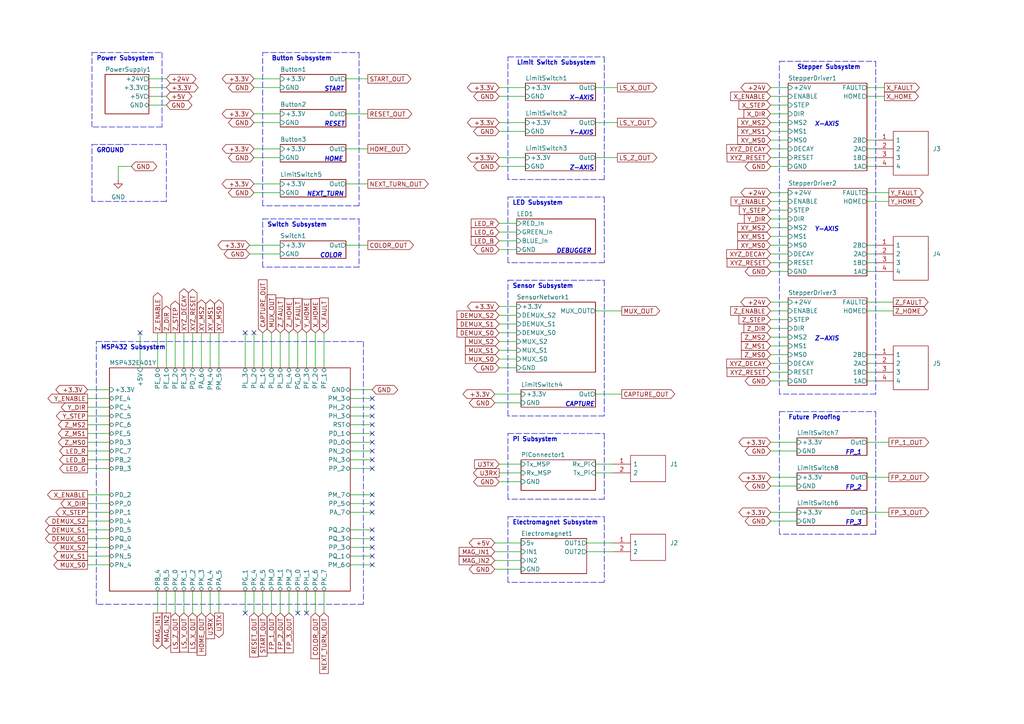
<source format=kicad_sch>
(kicad_sch (version 20211123) (generator eeschema)
  (paper "A4")
  (title_block (title "Top Level Schematic") (rev "1") (company "The Great Gambit"))
  (lib_symbols
    (symbol "OQ0212500000G:OQ0212500000G" (pin_names (offset 0.762))
      (property "Reference" "J" (at 16.51 7.62 0))
      (property "Value" "OQ0212500000G" (at 16.51 5.08 0))
      (symbol "OQ0212500000G_0_0"
        (pin passive line (at 0 0 0) (length 5.08) (name "1") (number "1"))
        (pin passive line (at 0 -2.54 0) (length 5.08) (name "2") (number "2"))
      )
      (symbol "OQ0212500000G_0_1"
        (polyline (pts (xy 5.08 2.54) (xy 15.24 2.54) (xy 15.24 -5.08) (xy 5.08 -5.08) (xy 5.08 2.54)) (stroke (width 0.1524)))
      )
    )
    (symbol "OQ04325500000G:OQ0432500000G" (pin_names (offset 0.762))
      (property "Reference" "J" (at 16.51 7.62 0))
      (property "Value" "OQ0432500000G" (at 16.51 5.08 0))
      (symbol "OQ0432500000G_0_0"
        (pin passive line (at 0 0 0) (length 5.08) (name "1") (number "1"))
        (pin passive line (at 0 -2.54 0) (length 5.08) (name "2") (number "2"))
        (pin passive line (at 0 -5.08 0) (length 5.08) (name "3") (number "3"))
        (pin passive line (at 0 -7.62 0) (length 5.08) (name "4") (number "4"))
      )
      (symbol "OQ0432500000G_0_1"
        (polyline (pts (xy 5.08 2.54) (xy 15.24 2.54) (xy 15.24 -10.16) (xy 5.08 -10.16) (xy 5.08 2.54)) (stroke (width 0.1524)))
      )
    )
    (symbol "power:GND" (power) (pin_names (offset 0))
      (property "Value" "GND" (at 0 -3.81 0))
      (symbol "GND_0_1"
        (polyline (pts (xy 0 0) (xy 0 -1.27) (xy 1.27 -1.27) (xy 0 -2.54) (xy -1.27 -1.27) (xy 0 -1.27)))
      )
      (symbol "GND_1_1"
        (pin power_in line (at 0 0 270) (length 0) hide (name "GND") (number "1"))
      )
    )
  )
  (no_connect (at 73.66 96.52))
  (no_connect (at 107.95 120.65))
  (no_connect (at 107.95 115.57))
  (no_connect (at 107.95 118.11))
  (no_connect (at 107.95 125.73))
  (no_connect (at 107.95 128.27))
  (no_connect (at 107.95 133.35))
  (no_connect (at 107.95 123.19))
  (no_connect (at 107.95 130.81))
  (no_connect (at 107.95 135.89))
  (no_connect (at 107.95 146.05))
  (no_connect (at 107.95 143.51))
  (no_connect (at 71.12 96.52))
  (no_connect (at 71.12 177.8))
  (no_connect (at 86.36 177.8))
  (no_connect (at 88.9 177.8))
  (no_connect (at 107.95 158.75))
  (no_connect (at 107.95 148.59))
  (no_connect (at 107.95 163.83))
  (no_connect (at 107.95 161.29))
  (no_connect (at 107.95 156.21))
  (no_connect (at 107.95 153.67))
  (no_connect (at 40.64 96.52))
  (wire (pts (xy 63.5 96.52) (xy 63.5 106.68)))
  (polyline (pts (xy 175.26 52.07) (xy 147.32 52.07)))
  (wire (pts (xy 83.82 171.45) (xy 83.82 177.8)))
  (wire (pts (xy 223.52 55.88) (xy 228.6 55.88)))
  (polyline (pts (xy 27.94 99.06) (xy 105.41 99.06)))
  (polyline (pts (xy 26.67 58.42) (xy 26.67 41.91)))
  (wire (pts (xy 76.2 171.45) (xy 76.2 177.8)))
  (polyline (pts (xy 175.26 16.51) (xy 175.26 52.07)))
  (polyline (pts (xy 175.26 149.86) (xy 175.26 168.91)))
  (wire (pts (xy 48.26 171.45) (xy 48.26 177.8)))
  (wire (pts (xy 223.52 73.66) (xy 228.6 73.66)))
  (wire (pts (xy 101.6 123.19) (xy 107.95 123.19)))
  (wire (pts (xy 223.52 45.72) (xy 228.6 45.72)))
  (polyline (pts (xy 27.94 175.26) (xy 27.94 99.06)))
  (wire (pts (xy 73.66 22.86) (xy 81.28 22.86)))
  (wire (pts (xy 144.78 91.44) (xy 149.86 91.44)))
  (wire (pts (xy 25.4 130.81) (xy 31.75 130.81)))
  (wire (pts (xy 251.46 107.95) (xy 254 107.95)))
  (wire (pts (xy 25.4 156.21) (xy 31.75 156.21)))
  (polyline (pts (xy 226.06 17.78) (xy 254 17.78)))
  (wire (pts (xy 223.52 63.5) (xy 228.6 63.5)))
  (wire (pts (xy 223.52 76.2) (xy 228.6 76.2)))
  (wire (pts (xy 83.82 96.52) (xy 83.82 106.68)))
  (wire (pts (xy 172.72 137.16) (xy 177.8 137.16)))
  (polyline (pts (xy 26.67 15.24) (xy 46.99 15.24)))
  (wire (pts (xy 144.78 93.98) (xy 149.86 93.98)))
  (polyline (pts (xy 175.26 125.73) (xy 175.26 144.78)))
  (wire (pts (xy 251.46 138.43) (xy 257.81 138.43)))
  (wire (pts (xy 223.52 66.04) (xy 228.6 66.04)))
  (wire (pts (xy 71.12 96.52) (xy 71.12 106.68)))
  (wire (pts (xy 251.46 73.66) (xy 254 73.66)))
  (polyline (pts (xy 147.32 76.2) (xy 147.32 57.15)))
  (wire (pts (xy 73.66 171.45) (xy 73.66 177.8)))
  (wire (pts (xy 43.18 27.94) (xy 48.26 27.94)))
  (wire (pts (xy 100.33 33.02) (xy 106.68 33.02)))
  (wire (pts (xy 50.8 96.52) (xy 50.8 106.68)))
  (wire (pts (xy 100.33 43.18) (xy 106.68 43.18)))
  (wire (pts (xy 101.6 148.59) (xy 107.95 148.59)))
  (wire (pts (xy 78.74 96.52) (xy 78.74 106.68)))
  (wire (pts (xy 25.4 148.59) (xy 31.75 148.59)))
  (wire (pts (xy 251.46 58.42) (xy 257.81 58.42)))
  (polyline (pts (xy 26.67 41.91) (xy 48.26 41.91)))
  (wire (pts (xy 101.6 158.75) (xy 107.95 158.75)))
  (wire (pts (xy 81.28 171.45) (xy 81.28 177.8)))
  (wire (pts (xy 251.46 45.72) (xy 254 45.72)))
  (wire (pts (xy 101.6 133.35) (xy 107.95 133.35)))
  (polyline (pts (xy 147.32 168.91) (xy 147.32 149.86)))
  (wire (pts (xy 223.52 148.59) (xy 231.14 148.59)))
  (wire (pts (xy 223.52 27.94) (xy 228.6 27.94)))
  (wire (pts (xy 81.28 96.52) (xy 81.28 106.68)))
  (polyline (pts (xy 254 114.3) (xy 226.06 114.3)))
  (wire (pts (xy 93.98 171.45) (xy 93.98 177.8)))
  (wire (pts (xy 223.52 138.43) (xy 231.14 138.43)))
  (wire (pts (xy 144.78 106.68) (xy 149.86 106.68)))
  (polyline (pts (xy 175.26 76.2) (xy 147.32 76.2)))
  (polyline (pts (xy 175.26 144.78) (xy 147.32 144.78)))
  (wire (pts (xy 223.52 151.13) (xy 231.14 151.13)))
  (polyline (pts (xy 104.14 63.5) (xy 104.14 77.47)))
  (polyline (pts (xy 147.32 149.86) (xy 175.26 149.86)))
  (wire (pts (xy 251.46 71.12) (xy 254 71.12)))
  (wire (pts (xy 53.34 96.52) (xy 53.34 106.68)))
  (polyline (pts (xy 226.06 119.38) (xy 254 119.38)))
  (wire (pts (xy 251.46 110.49) (xy 254 110.49)))
  (polyline (pts (xy 46.99 36.83) (xy 26.67 36.83)))
  (wire (pts (xy 172.72 45.72) (xy 179.07 45.72)))
  (wire (pts (xy 223.52 58.42) (xy 228.6 58.42)))
  (wire (pts (xy 34.29 52.07) (xy 34.29 48.26)))
  (polyline (pts (xy 147.32 120.65) (xy 147.32 81.28)))
  (wire (pts (xy 101.6 125.73) (xy 107.95 125.73)))
  (wire (pts (xy 144.78 96.52) (xy 149.86 96.52)))
  (wire (pts (xy 25.4 161.29) (xy 31.75 161.29)))
  (wire (pts (xy 223.52 100.33) (xy 228.6 100.33)))
  (wire (pts (xy 100.33 53.34) (xy 106.68 53.34)))
  (wire (pts (xy 223.52 130.81) (xy 231.14 130.81)))
  (wire (pts (xy 101.6 143.51) (xy 107.95 143.51)))
  (polyline (pts (xy 254 154.94) (xy 226.06 154.94)))
  (wire (pts (xy 170.18 160.02) (xy 177.8 160.02)))
  (wire (pts (xy 251.46 90.17) (xy 259.08 90.17)))
  (wire (pts (xy 223.52 140.97) (xy 231.14 140.97)))
  (wire (pts (xy 73.66 96.52) (xy 73.66 106.68)))
  (wire (pts (xy 143.51 114.3) (xy 151.13 114.3)))
  (polyline (pts (xy 48.26 58.42) (xy 26.67 58.42)))
  (wire (pts (xy 144.78 101.6) (xy 149.86 101.6)))
  (wire (pts (xy 251.46 148.59) (xy 257.81 148.59)))
  (wire (pts (xy 144.78 35.56) (xy 152.4 35.56)))
  (wire (pts (xy 71.12 171.45) (xy 71.12 177.8)))
  (wire (pts (xy 43.18 30.48) (xy 48.26 30.48)))
  (wire (pts (xy 251.46 48.26) (xy 254 48.26)))
  (wire (pts (xy 101.6 135.89) (xy 107.95 135.89)))
  (wire (pts (xy 144.78 25.4) (xy 152.4 25.4)))
  (wire (pts (xy 88.9 171.45) (xy 88.9 177.8)))
  (wire (pts (xy 144.78 139.7) (xy 151.13 139.7)))
  (wire (pts (xy 45.72 171.45) (xy 45.72 177.8)))
  (wire (pts (xy 60.96 171.45) (xy 60.96 177.8)))
  (wire (pts (xy 101.6 128.27) (xy 107.95 128.27)))
  (wire (pts (xy 251.46 78.74) (xy 254 78.74)))
  (wire (pts (xy 91.44 96.52) (xy 91.44 106.68)))
  (polyline (pts (xy 175.26 120.65) (xy 147.32 120.65)))
  (wire (pts (xy 172.72 114.3) (xy 180.34 114.3)))
  (wire (pts (xy 223.52 40.64) (xy 228.6 40.64)))
  (wire (pts (xy 223.52 25.4) (xy 228.6 25.4)))
  (wire (pts (xy 144.78 137.16) (xy 151.13 137.16)))
  (wire (pts (xy 25.4 118.11) (xy 31.75 118.11)))
  (wire (pts (xy 223.52 68.58) (xy 228.6 68.58)))
  (polyline (pts (xy 254 119.38) (xy 254 154.94)))
  (wire (pts (xy 143.51 165.1) (xy 151.13 165.1)))
  (wire (pts (xy 144.78 27.94) (xy 152.4 27.94)))
  (polyline (pts (xy 147.32 52.07) (xy 147.32 16.51)))
  (wire (pts (xy 144.78 99.06) (xy 149.86 99.06)))
  (wire (pts (xy 223.52 71.12) (xy 228.6 71.12)))
  (polyline (pts (xy 226.06 154.94) (xy 226.06 119.38)))
  (wire (pts (xy 101.6 153.67) (xy 107.95 153.67)))
  (polyline (pts (xy 104.14 77.47) (xy 76.2 77.47)))
  (wire (pts (xy 63.5 171.45) (xy 63.5 177.8)))
  (wire (pts (xy 101.6 118.11) (xy 107.95 118.11)))
  (polyline (pts (xy 147.32 16.51) (xy 175.26 16.51)))
  (wire (pts (xy 101.6 115.57) (xy 107.95 115.57)))
  (wire (pts (xy 144.78 104.14) (xy 149.86 104.14)))
  (wire (pts (xy 223.52 107.95) (xy 228.6 107.95)))
  (wire (pts (xy 223.52 128.27) (xy 231.14 128.27)))
  (wire (pts (xy 25.4 115.57) (xy 31.75 115.57)))
  (wire (pts (xy 143.51 116.84) (xy 151.13 116.84)))
  (wire (pts (xy 55.88 171.45) (xy 55.88 177.8)))
  (polyline (pts (xy 105.41 175.26) (xy 27.94 175.26)))
  (wire (pts (xy 72.39 71.12) (xy 81.28 71.12)))
  (wire (pts (xy 58.42 96.52) (xy 58.42 106.68)))
  (wire (pts (xy 144.78 64.77) (xy 149.86 64.77)))
  (wire (pts (xy 172.72 25.4) (xy 179.07 25.4)))
  (polyline (pts (xy 175.26 57.15) (xy 175.26 76.2)))
  (polyline (pts (xy 46.99 15.24) (xy 46.99 36.83)))
  (wire (pts (xy 223.52 105.41) (xy 228.6 105.41)))
  (wire (pts (xy 73.66 33.02) (xy 81.28 33.02)))
  (wire (pts (xy 25.4 120.65) (xy 31.75 120.65)))
  (polyline (pts (xy 104.14 59.69) (xy 76.2 59.69)))
  (polyline (pts (xy 147.32 125.73) (xy 175.26 125.73)))
  (wire (pts (xy 73.66 53.34) (xy 81.28 53.34)))
  (wire (pts (xy 73.66 55.88) (xy 81.28 55.88)))
  (wire (pts (xy 25.4 113.03) (xy 31.75 113.03)))
  (wire (pts (xy 170.18 157.48) (xy 177.8 157.48)))
  (polyline (pts (xy 76.2 15.24) (xy 104.14 15.24)))
  (polyline (pts (xy 48.26 41.91) (xy 48.26 58.42)))
  (wire (pts (xy 101.6 163.83) (xy 107.95 163.83)))
  (wire (pts (xy 143.51 160.02) (xy 151.13 160.02)))
  (polyline (pts (xy 76.2 77.47) (xy 76.2 63.5)))
  (wire (pts (xy 25.4 135.89) (xy 31.75 135.89)))
  (wire (pts (xy 101.6 120.65) (xy 107.95 120.65)))
  (wire (pts (xy 25.4 158.75) (xy 31.75 158.75)))
  (wire (pts (xy 143.51 162.56) (xy 151.13 162.56)))
  (wire (pts (xy 101.6 161.29) (xy 107.95 161.29)))
  (wire (pts (xy 25.4 153.67) (xy 31.75 153.67)))
  (wire (pts (xy 223.52 48.26) (xy 228.6 48.26)))
  (wire (pts (xy 251.46 87.63) (xy 259.08 87.63)))
  (wire (pts (xy 172.72 90.17) (xy 180.34 90.17)))
  (wire (pts (xy 25.4 163.83) (xy 31.75 163.83)))
  (wire (pts (xy 144.78 69.85) (xy 149.86 69.85)))
  (wire (pts (xy 25.4 128.27) (xy 31.75 128.27)))
  (wire (pts (xy 73.66 43.18) (xy 81.28 43.18)))
  (wire (pts (xy 251.46 55.88) (xy 257.81 55.88)))
  (polyline (pts (xy 105.41 99.06) (xy 105.41 175.26)))
  (wire (pts (xy 101.6 130.81) (xy 107.95 130.81)))
  (wire (pts (xy 60.96 96.52) (xy 60.96 106.68)))
  (polyline (pts (xy 26.67 36.83) (xy 26.67 15.24)))
  (wire (pts (xy 86.36 171.45) (xy 86.36 177.8)))
  (wire (pts (xy 251.46 76.2) (xy 254 76.2)))
  (wire (pts (xy 223.52 35.56) (xy 228.6 35.56)))
  (polyline (pts (xy 175.26 81.28) (xy 175.26 120.65)))
  (wire (pts (xy 101.6 146.05) (xy 107.95 146.05)))
  (wire (pts (xy 58.42 171.45) (xy 58.42 177.8)))
  (wire (pts (xy 143.51 157.48) (xy 151.13 157.48)))
  (wire (pts (xy 50.8 171.45) (xy 50.8 177.8)))
  (polyline (pts (xy 147.32 81.28) (xy 175.26 81.28)))
  (wire (pts (xy 223.52 95.25) (xy 228.6 95.25)))
  (wire (pts (xy 251.46 43.18) (xy 254 43.18)))
  (wire (pts (xy 223.52 60.96) (xy 228.6 60.96)))
  (wire (pts (xy 172.72 134.62) (xy 177.8 134.62)))
  (polyline (pts (xy 175.26 168.91) (xy 147.32 168.91)))
  (wire (pts (xy 88.9 96.52) (xy 88.9 106.68)))
  (polyline (pts (xy 147.32 144.78) (xy 147.32 125.73)))
  (wire (pts (xy 43.18 22.86) (xy 48.26 22.86)))
  (wire (pts (xy 25.4 125.73) (xy 31.75 125.73)))
  (wire (pts (xy 86.36 96.52) (xy 86.36 106.68)))
  (polyline (pts (xy 76.2 59.69) (xy 76.2 15.24)))
  (wire (pts (xy 100.33 22.86) (xy 106.68 22.86)))
  (wire (pts (xy 40.64 96.52) (xy 40.64 106.68)))
  (wire (pts (xy 223.52 87.63) (xy 228.6 87.63)))
  (wire (pts (xy 25.4 143.51) (xy 31.75 143.51)))
  (wire (pts (xy 144.78 88.9) (xy 149.86 88.9)))
  (wire (pts (xy 25.4 123.19) (xy 31.75 123.19)))
  (wire (pts (xy 223.52 97.79) (xy 228.6 97.79)))
  (wire (pts (xy 101.6 113.03) (xy 107.95 113.03)))
  (wire (pts (xy 93.98 96.52) (xy 93.98 106.68)))
  (wire (pts (xy 223.52 110.49) (xy 228.6 110.49)))
  (wire (pts (xy 251.46 102.87) (xy 254 102.87)))
  (wire (pts (xy 45.72 96.52) (xy 45.72 106.68)))
  (wire (pts (xy 43.18 25.4) (xy 48.26 25.4)))
  (polyline (pts (xy 226.06 114.3) (xy 226.06 17.78)))
  (wire (pts (xy 223.52 90.17) (xy 228.6 90.17)))
  (wire (pts (xy 76.2 96.52) (xy 76.2 106.68)))
  (wire (pts (xy 144.78 67.31) (xy 149.86 67.31)))
  (wire (pts (xy 223.52 33.02) (xy 228.6 33.02)))
  (wire (pts (xy 223.52 30.48) (xy 228.6 30.48)))
  (wire (pts (xy 144.78 45.72) (xy 152.4 45.72)))
  (wire (pts (xy 223.52 102.87) (xy 228.6 102.87)))
  (wire (pts (xy 223.52 38.1) (xy 228.6 38.1)))
  (wire (pts (xy 251.46 40.64) (xy 254 40.64)))
  (wire (pts (xy 251.46 105.41) (xy 254 105.41)))
  (wire (pts (xy 73.66 45.72) (xy 81.28 45.72)))
  (wire (pts (xy 144.78 38.1) (xy 152.4 38.1)))
  (wire (pts (xy 34.29 48.26) (xy 38.1 48.26)))
  (wire (pts (xy 73.66 25.4) (xy 81.28 25.4)))
  (wire (pts (xy 78.74 171.45) (xy 78.74 177.8)))
  (wire (pts (xy 53.34 171.45) (xy 53.34 177.8)))
  (wire (pts (xy 223.52 78.74) (xy 228.6 78.74)))
  (wire (pts (xy 144.78 72.39) (xy 149.86 72.39)))
  (wire (pts (xy 100.33 71.12) (xy 106.68 71.12)))
  (wire (pts (xy 251.46 128.27) (xy 257.81 128.27)))
  (wire (pts (xy 25.4 146.05) (xy 31.75 146.05)))
  (wire (pts (xy 172.72 35.56) (xy 179.07 35.56)))
  (wire (pts (xy 223.52 43.18) (xy 228.6 43.18)))
  (wire (pts (xy 91.44 171.45) (xy 91.44 177.8)))
  (polyline (pts (xy 254 17.78) (xy 254 114.3)))
  (wire (pts (xy 251.46 25.4) (xy 256.54 25.4)))
  (wire (pts (xy 223.52 92.71) (xy 228.6 92.71)))
  (wire (pts (xy 48.26 96.52) (xy 48.26 106.68)))
  (wire (pts (xy 101.6 156.21) (xy 107.95 156.21)))
  (wire (pts (xy 25.4 151.13) (xy 31.75 151.13)))
  (wire (pts (xy 251.46 27.94) (xy 256.54 27.94)))
  (wire (pts (xy 144.78 134.62) (xy 151.13 134.62)))
  (polyline (pts (xy 147.32 57.15) (xy 175.26 57.15)))
  (polyline (pts (xy 76.2 63.5) (xy 104.14 63.5)))
  (wire (pts (xy 25.4 133.35) (xy 31.75 133.35)))
  (polyline (pts (xy 104.14 15.24) (xy 104.14 59.69)))
  (wire (pts (xy 144.78 48.26) (xy 152.4 48.26)))
  (wire (pts (xy 55.88 96.52) (xy 55.88 106.68)))
  (wire (pts (xy 72.39 73.66) (xy 81.28 73.66)))
  (wire (pts (xy 73.66 35.56) (xy 81.28 35.56)))
  (text "COLOR" (at 92.71 74.93 0) (effects (font (size 1.27 1.27) (thickness 0.254) bold italic) (justify left bottom)))
  (text "Y-AXIS" (at 236.22 67.31 0) (effects (font (size 1.27 1.27) (thickness 0.254) bold italic) (justify left bottom)))
  (text "Future Proofing" (at 228.6 121.92 0) (effects (font (size 1.27 1.27) (thickness 0.254) bold) (justify left bottom)))
  (text "FP_1" (at 245.11 132.08 0) (effects (font (size 1.27 1.27) (thickness 0.254) bold italic) (justify left bottom)))
  (text "NEXT_TURN" (at 88.9 57.15 0) (effects (font (size 1.27 1.27) (thickness 0.254) bold italic) (justify left bottom)))
  (text "Z-AXIS" (at 165.1 49.53 0) (effects (font (size 1.27 1.27) (thickness 0.254) bold italic) (justify left bottom)))
  (text "START\n" (at 93.98 26.67 0) (effects (font (size 1.27 1.27) (thickness 0.254) bold italic) (justify left bottom)))
  (text "Z-AXIS" (at 236.22 99.06 0) (effects (font (size 1.27 1.27) (thickness 0.254) bold italic) (justify left bottom)))
  (text "RESET" (at 93.98 36.83 0) (effects (font (size 1.27 1.27) (thickness 0.254) bold italic) (justify left bottom)))
  (text "Y-AXIS" (at 165.1 39.37 0) (effects (font (size 1.27 1.27) (thickness 0.254) bold italic) (justify left bottom)))
  (text "FP_2" (at 245.11 142.24 0) (effects (font (size 1.27 1.27) (thickness 0.254) bold italic) (justify left bottom)))
  (text "Electromagnet Subsystem" (at 148.59 152.4 0) (effects (font (size 1.27 1.27) (thickness 0.254) bold) (justify left bottom)))
  (text "Pi Subsystem" (at 148.59 128.27 0) (effects (font (size 1.27 1.27) (thickness 0.254) bold) (justify left bottom)))
  (text "X-AXIS" (at 165.1 29.21 0) (effects (font (size 1.27 1.27) (thickness 0.254) bold italic) (justify left bottom)))
  (text "Stepper Subsystem" (at 231.14 20.32 0) (effects (font (size 1.27 1.27) (thickness 0.254) bold) (justify left bottom)))
  (text "Switch Subsystem" (at 77.47 66.04 0) (effects (font (size 1.27 1.27) (thickness 0.254) bold) (justify left bottom)))
  (text "DEBUGGER" (at 161.29 73.66 0) (effects (font (size 1.27 1.27) bold italic) (justify left bottom)))
  (text "Sensor Subsystem" (at 148.59 83.82 0) (effects (font (size 1.27 1.27) (thickness 0.254) bold) (justify left bottom)))
  (text "Limit Switch Subsystem" (at 149.86 19.05 0) (effects (font (size 1.27 1.27) (thickness 0.254) bold) (justify left bottom)))
  (text "HOME" (at 93.98 46.99 0) (effects (font (size 1.27 1.27) (thickness 0.254) bold italic) (justify left bottom)))
  (text "GROUND" (at 27.94 44.45 0) (effects (font (size 1.27 1.27) (thickness 0.254) bold) (justify left bottom)))
  (text "FP_3" (at 245.11 152.4 0) (effects (font (size 1.27 1.27) (thickness 0.254) bold italic) (justify left bottom)))
  (text "LED Subsystem" (at 148.59 59.69 0) (effects (font (size 1.27 1.27) (thickness 0.254) bold) (justify left bottom)))
  (text "Power Subsystem" (at 27.94 17.78 0) (effects (font (size 1.27 1.27) (thickness 0.254) bold) (justify left bottom)))
  (text "CAPTURE" (at 163.83 118.11 0) (effects (font (size 1.27 1.27) (thickness 0.254) bold italic) (justify left bottom)))
  (text "MSP432 Subsystem\n" (at 29.21 101.6 0) (effects (font (size 1.27 1.27) (thickness 0.254) bold) (justify left bottom)))
  (text "Button Subsystem" (at 78.74 17.78 0) (effects (font (size 1.27 1.27) (thickness 0.254) bold) (justify left bottom)))
  (text "X-AXIS" (at 236.22 36.83 0) (effects (font (size 1.27 1.27) (thickness 0.254) bold italic) (justify left bottom)))
  (global_label "GND" (shape bidirectional) (at 223.52 151.13 180) (property "Intersheet References" "${INTERSHEET_REFS}" (effects hide)))
  (global_label "+3.3V" (shape bidirectional) (at 73.66 53.34 180) (property "Intersheet References" "${INTERSHEET_REFS}" (effects hide)))
  (global_label "GND" (shape bidirectional) (at 144.78 72.39 180) (property "Intersheet References" "${INTERSHEET_REFS}" (effects hide)))
  (global_label "FP_1_OUT" (shape output) (at 257.81 128.27 0) (property "Intersheet References" "${INTERSHEET_REFS}" (effects hide)))
  (global_label "XYZ_RESET" (shape input) (at 223.52 107.95 180) (property "Intersheet References" "${INTERSHEET_REFS}" (effects hide)))
  (global_label "Y_STEP" (shape input) (at 223.52 60.96 180) (property "Intersheet References" "${INTERSHEET_REFS}" (effects hide)))
  (global_label "+24V" (shape bidirectional) (at 223.52 55.88 180) (property "Intersheet References" "${INTERSHEET_REFS}" (effects hide)))
  (global_label "GND" (shape bidirectional) (at 73.66 25.4 180) (property "Intersheet References" "${INTERSHEET_REFS}" (effects hide)))
  (global_label "FP_1_OUT" (shape input) (at 78.74 177.8 270) (property "Intersheet References" "${INTERSHEET_REFS}" (effects hide)))
  (global_label "+24V" (shape bidirectional) (at 48.26 22.86 0) (property "Intersheet References" "${INTERSHEET_REFS}" (effects hide)))
  (global_label "+24V" (shape bidirectional) (at 223.52 25.4 180) (property "Intersheet References" "${INTERSHEET_REFS}" (effects hide)))
  (global_label "Z_MS2" (shape input) (at 223.52 97.79 180) (property "Intersheet References" "${INTERSHEET_REFS}" (effects hide)))
  (global_label "Z_MS1" (shape input) (at 223.52 100.33 180) (property "Intersheet References" "${INTERSHEET_REFS}" (effects hide)))
  (global_label "Y_DIR" (shape output) (at 25.4 118.11 180) (property "Intersheet References" "${INTERSHEET_REFS}" (effects hide)))
  (global_label "GND" (shape bidirectional) (at 143.51 116.84 180) (property "Intersheet References" "${INTERSHEET_REFS}" (effects hide)))
  (global_label "LS_X_OUT" (shape output) (at 179.07 25.4 0) (property "Intersheet References" "${INTERSHEET_REFS}" (effects hide)))
  (global_label "U3TX" (shape output) (at 63.5 177.8 270) (property "Intersheet References" "${INTERSHEET_REFS}" (effects hide)))
  (global_label "GND" (shape bidirectional) (at 144.78 27.94 180) (property "Intersheet References" "${INTERSHEET_REFS}" (effects hide)))
  (global_label "+3.3V" (shape bidirectional) (at 144.78 45.72 180) (property "Intersheet References" "${INTERSHEET_REFS}" (effects hide)))
  (global_label "XY_MS0" (shape output) (at 63.5 96.52 90) (property "Intersheet References" "${INTERSHEET_REFS}" (effects hide)))
  (global_label "LED_R" (shape input) (at 144.78 64.77 180) (property "Intersheet References" "${INTERSHEET_REFS}" (effects hide)))
  (global_label "GND" (shape bidirectional) (at 73.66 45.72 180) (property "Intersheet References" "${INTERSHEET_REFS}" (effects hide)))
  (global_label "Z_ENABLE" (shape output) (at 45.72 96.52 90) (property "Intersheet References" "${INTERSHEET_REFS}" (effects hide)))
  (global_label "XYZ_DECAY" (shape output) (at 53.34 96.52 90) (property "Intersheet References" "${INTERSHEET_REFS}" (effects hide)))
  (global_label "LED_R" (shape output) (at 25.4 130.81 180) (property "Intersheet References" "${INTERSHEET_REFS}" (effects hide)))
  (global_label "XYZ_DECAY" (shape input) (at 223.52 105.41 180) (property "Intersheet References" "${INTERSHEET_REFS}" (effects hide)))
  (global_label "DEMUX_S2" (shape output) (at 25.4 151.13 180) (property "Intersheet References" "${INTERSHEET_REFS}" (effects hide)))
  (global_label "CAPTURE_OUT" (shape input) (at 76.2 96.52 90) (property "Intersheet References" "${INTERSHEET_REFS}" (effects hide)))
  (global_label "Z_MS1" (shape output) (at 25.4 125.73 180) (property "Intersheet References" "${INTERSHEET_REFS}" (effects hide)))
  (global_label "Z_FAULT" (shape input) (at 81.28 96.52 90) (property "Intersheet References" "${INTERSHEET_REFS}" (effects hide)))
  (global_label "GND" (shape bidirectional) (at 107.95 113.03 0) (property "Intersheet References" "${INTERSHEET_REFS}" (effects hide)))
  (global_label "Y_DIR" (shape input) (at 223.52 63.5 180) (property "Intersheet References" "${INTERSHEET_REFS}" (effects hide)))
  (global_label "MAG_IN2" (shape output) (at 48.26 177.8 270) (property "Intersheet References" "${INTERSHEET_REFS}" (effects hide)))
  (global_label "LS_Y_OUT" (shape output) (at 179.07 35.56 0) (property "Intersheet References" "${INTERSHEET_REFS}" (effects hide)))
  (global_label "XYZ_DECAY" (shape input) (at 223.52 73.66 180) (property "Intersheet References" "${INTERSHEET_REFS}" (effects hide)))
  (global_label "X_DIR" (shape output) (at 25.4 146.05 180) (property "Intersheet References" "${INTERSHEET_REFS}" (effects hide)))
  (global_label "LED_G" (shape input) (at 144.78 67.31 180) (property "Intersheet References" "${INTERSHEET_REFS}" (effects hide)))
  (global_label "+3.3V" (shape bidirectional) (at 73.66 33.02 180) (property "Intersheet References" "${INTERSHEET_REFS}" (effects hide)))
  (global_label "+3.3V" (shape bidirectional) (at 223.52 148.59 180) (property "Intersheet References" "${INTERSHEET_REFS}" (effects hide)))
  (global_label "Z_STEP" (shape output) (at 50.8 96.52 90) (property "Intersheet References" "${INTERSHEET_REFS}" (effects hide)))
  (global_label "MUX_OUT" (shape input) (at 78.74 96.52 90) (property "Intersheet References" "${INTERSHEET_REFS}" (effects hide)))
  (global_label "XY_MS2" (shape input) (at 223.52 35.56 180) (property "Intersheet References" "${INTERSHEET_REFS}" (effects hide)))
  (global_label "Y_STEP" (shape output) (at 25.4 120.65 180) (property "Intersheet References" "${INTERSHEET_REFS}" (effects hide)))
  (global_label "XY_MS0" (shape input) (at 223.52 40.64 180) (property "Intersheet References" "${INTERSHEET_REFS}" (effects hide)))
  (global_label "GND" (shape bidirectional) (at 223.52 140.97 180) (property "Intersheet References" "${INTERSHEET_REFS}" (effects hide)))
  (global_label "MAG_IN1" (shape output) (at 45.72 177.8 270) (property "Intersheet References" "${INTERSHEET_REFS}" (effects hide)))
  (global_label "MUX_S2" (shape input) (at 144.78 99.06 180) (property "Intersheet References" "${INTERSHEET_REFS}" (effects hide)))
  (global_label "X_HOME" (shape input) (at 91.44 96.52 90) (property "Intersheet References" "${INTERSHEET_REFS}" (effects hide)))
  (global_label "LS_Z_OUT" (shape input) (at 50.8 177.8 270) (property "Intersheet References" "${INTERSHEET_REFS}" (effects hide)))
  (global_label "Y_FAULT" (shape output) (at 257.81 55.88 0) (property "Intersheet References" "${INTERSHEET_REFS}" (effects hide)))
  (global_label "GND" (shape bidirectional) (at 144.78 48.26 180) (property "Intersheet References" "${INTERSHEET_REFS}" (effects hide)))
  (global_label "Y_HOME" (shape output) (at 257.81 58.42 0) (property "Intersheet References" "${INTERSHEET_REFS}" (effects hide)))
  (global_label "XY_MS1" (shape input) (at 223.52 68.58 180) (property "Intersheet References" "${INTERSHEET_REFS}" (effects hide)))
  (global_label "GND" (shape bidirectional) (at 223.52 48.26 180) (property "Intersheet References" "${INTERSHEET_REFS}" (effects hide)))
  (global_label "XY_MS0" (shape input) (at 223.52 71.12 180) (property "Intersheet References" "${INTERSHEET_REFS}" (effects hide)))
  (global_label "NEXT_TURN_OUT" (shape output) (at 106.68 53.34 0) (property "Intersheet References" "${INTERSHEET_REFS}" (effects hide)))
  (global_label "+5V" (shape bidirectional) (at 48.26 27.94 0) (property "Intersheet References" "${INTERSHEET_REFS}" (effects hide)))
  (global_label "NEXT_TURN_OUT" (shape input) (at 93.98 177.8 270) (property "Intersheet References" "${INTERSHEET_REFS}" (effects hide)))
  (global_label "XYZ_RESET" (shape input) (at 223.52 45.72 180) (property "Intersheet References" "${INTERSHEET_REFS}" (effects hide)))
  (global_label "Z_DIR" (shape output) (at 48.26 96.52 90) (property "Intersheet References" "${INTERSHEET_REFS}" (effects hide)))
  (global_label "XYZ_RESET" (shape input) (at 223.52 76.2 180) (property "Intersheet References" "${INTERSHEET_REFS}" (effects hide)))
  (global_label "U3TX" (shape input) (at 144.78 134.62 180) (property "Intersheet References" "${INTERSHEET_REFS}" (effects hide)))
  (global_label "Z_HOME" (shape input) (at 83.82 96.52 90) (property "Intersheet References" "${INTERSHEET_REFS}" (effects hide)))
  (global_label "+3.3V" (shape bidirectional) (at 144.78 88.9 180) (property "Intersheet References" "${INTERSHEET_REFS}" (effects hide)))
  (global_label "GND" (shape bidirectional) (at 73.66 35.56 180) (property "Intersheet References" "${INTERSHEET_REFS}" (effects hide)))
  (global_label "XY_MS1" (shape output) (at 60.96 96.52 90) (property "Intersheet References" "${INTERSHEET_REFS}" (effects hide)))
  (global_label "HOME_OUT" (shape output) (at 106.68 43.18 0) (property "Intersheet References" "${INTERSHEET_REFS}" (effects hide)))
  (global_label "GND" (shape bidirectional) (at 38.1 48.26 0) (property "Intersheet References" "${INTERSHEET_REFS}" (effects hide)))
  (global_label "MUX_S1" (shape output) (at 25.4 161.29 180) (property "Intersheet References" "${INTERSHEET_REFS}" (effects hide)))
  (global_label "DEMUX_S2" (shape input) (at 144.78 91.44 180) (property "Intersheet References" "${INTERSHEET_REFS}" (effects hide)))
  (global_label "+3.3V" (shape bidirectional) (at 223.52 138.43 180) (property "Intersheet References" "${INTERSHEET_REFS}" (effects hide)))
  (global_label "Z_DIR" (shape input) (at 223.52 95.25 180) (property "Intersheet References" "${INTERSHEET_REFS}" (effects hide)))
  (global_label "MUX_S0" (shape output) (at 25.4 163.83 180) (property "Intersheet References" "${INTERSHEET_REFS}" (effects hide)))
  (global_label "LED_B" (shape output) (at 25.4 133.35 180) (property "Intersheet References" "${INTERSHEET_REFS}" (effects hide)))
  (global_label "MAG_IN1" (shape input) (at 143.51 160.02 180) (property "Intersheet References" "${INTERSHEET_REFS}" (effects hide)))
  (global_label "XY_MS1" (shape input) (at 223.52 38.1 180) (property "Intersheet References" "${INTERSHEET_REFS}" (effects hide)))
  (global_label "COLOR_OUT" (shape output) (at 106.68 71.12 0) (property "Intersheet References" "${INTERSHEET_REFS}" (effects hide)))
  (global_label "GND" (shape bidirectional) (at 48.26 30.48 0) (property "Intersheet References" "${INTERSHEET_REFS}" (effects hide)))
  (global_label "DEMUX_S1" (shape output) (at 25.4 153.67 180) (property "Intersheet References" "${INTERSHEET_REFS}" (effects hide)))
  (global_label "RESET_OUT" (shape input) (at 73.66 177.8 270) (property "Intersheet References" "${INTERSHEET_REFS}" (effects hide)))
  (global_label "Z_MS0" (shape input) (at 223.52 102.87 180) (property "Intersheet References" "${INTERSHEET_REFS}" (effects hide)))
  (global_label "+3.3V" (shape bidirectional) (at 73.66 43.18 180) (property "Intersheet References" "${INTERSHEET_REFS}" (effects hide)))
  (global_label "MUX_S1" (shape input) (at 144.78 101.6 180) (property "Intersheet References" "${INTERSHEET_REFS}" (effects hide)))
  (global_label "LS_X_OUT" (shape input) (at 55.88 177.8 270) (property "Intersheet References" "${INTERSHEET_REFS}" (effects hide)))
  (global_label "MAG_IN2" (shape input) (at 143.51 162.56 180) (property "Intersheet References" "${INTERSHEET_REFS}" (effects hide)))
  (global_label "+3.3V" (shape bidirectional) (at 144.78 25.4 180) (property "Intersheet References" "${INTERSHEET_REFS}" (effects hide)))
  (global_label "GND" (shape bidirectional) (at 73.66 55.88 180) (property "Intersheet References" "${INTERSHEET_REFS}" (effects hide)))
  (global_label "MUX_S0" (shape input) (at 144.78 104.14 180) (property "Intersheet References" "${INTERSHEET_REFS}" (effects hide)))
  (global_label "GND" (shape bidirectional) (at 144.78 139.7 180) (property "Intersheet References" "${INTERSHEET_REFS}" (effects hide)))
  (global_label "XYZ_DECAY" (shape input) (at 223.52 43.18 180) (property "Intersheet References" "${INTERSHEET_REFS}" (effects hide)))
  (global_label "MUX_OUT" (shape output) (at 180.34 90.17 0) (property "Intersheet References" "${INTERSHEET_REFS}" (effects hide)))
  (global_label "GND" (shape bidirectional) (at 144.78 106.68 180) (property "Intersheet References" "${INTERSHEET_REFS}" (effects hide)))
  (global_label "+24V" (shape bidirectional) (at 223.52 87.63 180) (property "Intersheet References" "${INTERSHEET_REFS}" (effects hide)))
  (global_label "X_ENABLE" (shape output) (at 25.4 143.51 180) (property "Intersheet References" "${INTERSHEET_REFS}" (effects hide)))
  (global_label "Z_STEP" (shape input) (at 223.52 92.71 180) (property "Intersheet References" "${INTERSHEET_REFS}" (effects hide)))
  (global_label "+3.3V" (shape bidirectional) (at 73.66 22.86 180) (property "Intersheet References" "${INTERSHEET_REFS}" (effects hide)))
  (global_label "GND" (shape bidirectional) (at 144.78 38.1 180) (property "Intersheet References" "${INTERSHEET_REFS}" (effects hide)))
  (global_label "LS_Z_OUT" (shape output) (at 179.07 45.72 0) (property "Intersheet References" "${INTERSHEET_REFS}" (effects hide)))
  (global_label "DEMUX_S0" (shape input) (at 144.78 96.52 180) (property "Intersheet References" "${INTERSHEET_REFS}" (effects hide)))
  (global_label "Y_FAULT" (shape input) (at 86.36 96.52 90) (property "Intersheet References" "${INTERSHEET_REFS}" (effects hide)))
  (global_label "FP_3_OUT" (shape output) (at 257.81 148.59 0) (property "Intersheet References" "${INTERSHEET_REFS}" (effects hide)))
  (global_label "LS_Y_OUT" (shape input) (at 53.34 177.8 270) (property "Intersheet References" "${INTERSHEET_REFS}" (effects hide)))
  (global_label "CAPTURE_OUT" (shape output) (at 180.34 114.3 0) (property "Intersheet References" "${INTERSHEET_REFS}" (effects hide)))
  (global_label "LED_B" (shape input) (at 144.78 69.85 180) (property "Intersheet References" "${INTERSHEET_REFS}" (effects hide)))
  (global_label "U3RX" (shape output) (at 144.78 137.16 180) (property "Intersheet References" "${INTERSHEET_REFS}" (effects hide)))
  (global_label "COLOR_OUT" (shape input) (at 91.44 177.8 270) (property "Intersheet References" "${INTERSHEET_REFS}" (effects hide)))
  (global_label "FP_3_OUT" (shape input) (at 83.82 177.8 270) (property "Intersheet References" "${INTERSHEET_REFS}" (effects hide)))
  (global_label "Y_ENABLE" (shape input) (at 223.52 58.42 180) (property "Intersheet References" "${INTERSHEET_REFS}" (effects hide)))
  (global_label "Z_FAULT" (shape output) (at 259.08 87.63 0) (property "Intersheet References" "${INTERSHEET_REFS}" (effects hide)))
  (global_label "HOME_OUT" (shape input) (at 58.42 177.8 270) (property "Intersheet References" "${INTERSHEET_REFS}" (effects hide)))
  (global_label "Z_MS2" (shape output) (at 25.4 123.19 180) (property "Intersheet References" "${INTERSHEET_REFS}" (effects hide)))
  (global_label "GND" (shape bidirectional) (at 223.52 78.74 180) (property "Intersheet References" "${INTERSHEET_REFS}" (effects hide)))
  (global_label "Z_MS0" (shape output) (at 25.4 128.27 180) (property "Intersheet References" "${INTERSHEET_REFS}" (effects hide)))
  (global_label "Y_ENABLE" (shape output) (at 25.4 115.57 180) (property "Intersheet References" "${INTERSHEET_REFS}" (effects hide)))
  (global_label "GND" (shape bidirectional) (at 72.39 73.66 180) (property "Intersheet References" "${INTERSHEET_REFS}" (effects hide)))
  (global_label "Y_HOME" (shape input) (at 88.9 96.52 90) (property "Intersheet References" "${INTERSHEET_REFS}" (effects hide)))
  (global_label "X_HOME" (shape output) (at 256.54 27.94 0) (property "Intersheet References" "${INTERSHEET_REFS}" (effects hide)))
  (global_label "X_STEP" (shape input) (at 223.52 30.48 180) (property "Intersheet References" "${INTERSHEET_REFS}" (effects hide)))
  (global_label "X_FAULT" (shape input) (at 93.98 96.52 90) (property "Intersheet References" "${INTERSHEET_REFS}" (effects hide)))
  (global_label "+3.3V" (shape bidirectional) (at 25.4 113.03 180) (property "Intersheet References" "${INTERSHEET_REFS}" (effects hide)))
  (global_label "DEMUX_S0" (shape output) (at 25.4 156.21 180) (property "Intersheet References" "${INTERSHEET_REFS}" (effects hide)))
  (global_label "XY_MS2" (shape input) (at 223.52 66.04 180) (property "Intersheet References" "${INTERSHEET_REFS}" (effects hide)))
  (global_label "START_OUT" (shape input) (at 76.2 177.8 270) (property "Intersheet References" "${INTERSHEET_REFS}" (effects hide)))
  (global_label "GND" (shape bidirectional) (at 223.52 110.49 180) (property "Intersheet References" "${INTERSHEET_REFS}" (effects hide)))
  (global_label "XY_MS2" (shape output) (at 58.42 96.52 90) (property "Intersheet References" "${INTERSHEET_REFS}" (effects hide)))
  (global_label "FP_2_OUT" (shape output) (at 257.81 138.43 0) (property "Intersheet References" "${INTERSHEET_REFS}" (effects hide)))
  (global_label "GND" (shape bidirectional) (at 223.52 130.81 180) (property "Intersheet References" "${INTERSHEET_REFS}" (effects hide)))
  (global_label "+5V" (shape bidirectional) (at 143.51 157.48 180) (property "Intersheet References" "${INTERSHEET_REFS}" (effects hide)))
  (global_label "XYZ_RESET" (shape output) (at 55.88 96.52 90) (property "Intersheet References" "${INTERSHEET_REFS}" (effects hide)))
  (global_label "GND" (shape bidirectional) (at 143.51 165.1 180) (property "Intersheet References" "${INTERSHEET_REFS}" (effects hide)))
  (global_label "+3.3V" (shape bidirectional) (at 143.51 114.3 180) (property "Intersheet References" "${INTERSHEET_REFS}" (effects hide)))
  (global_label "X_ENABLE" (shape input) (at 223.52 27.94 180) (property "Intersheet References" "${INTERSHEET_REFS}" (effects hide)))
  (global_label "Z_ENABLE" (shape input) (at 223.52 90.17 180) (property "Intersheet References" "${INTERSHEET_REFS}" (effects hide)))
  (global_label "RESET_OUT" (shape output) (at 106.68 33.02 0) (property "Intersheet References" "${INTERSHEET_REFS}" (effects hide)))
  (global_label "+3.3V" (shape bidirectional) (at 72.39 71.12 180) (property "Intersheet References" "${INTERSHEET_REFS}" (effects hide)))
  (global_label "U3RX" (shape input) (at 60.96 177.8 270) (property "Intersheet References" "${INTERSHEET_REFS}" (effects hide)))
  (global_label "START_OUT" (shape output) (at 106.68 22.86 0) (property "Intersheet References" "${INTERSHEET_REFS}" (effects hide)))
  (global_label "+3.3V" (shape bidirectional) (at 144.78 35.56 180) (property "Intersheet References" "${INTERSHEET_REFS}" (effects hide)))
  (global_label "LED_G" (shape output) (at 25.4 135.89 180) (property "Intersheet References" "${INTERSHEET_REFS}" (effects hide)))
  (global_label "X_FAULT" (shape output) (at 256.54 25.4 0) (property "Intersheet References" "${INTERSHEET_REFS}" (effects hide)))
  (global_label "X_STEP" (shape output) (at 25.4 148.59 180) (property "Intersheet References" "${INTERSHEET_REFS}" (effects hide)))
  (global_label "DEMUX_S1" (shape input) (at 144.78 93.98 180) (property "Intersheet References" "${INTERSHEET_REFS}" (effects hide)))
  (global_label "Z_HOME" (shape output) (at 259.08 90.17 0) (property "Intersheet References" "${INTERSHEET_REFS}" (effects hide)))
  (global_label "+3.3V" (shape bidirectional) (at 223.52 128.27 180) (property "Intersheet References" "${INTERSHEET_REFS}" (effects hide)))
  (global_label "FP_2_OUT" (shape input) (at 81.28 177.8 270) (property "Intersheet References" "${INTERSHEET_REFS}" (effects hide)))
  (global_label "X_DIR" (shape input) (at 223.52 33.02 180) (property "Intersheet References" "${INTERSHEET_REFS}" (effects hide)))
  (global_label "+3.3V" (shape bidirectional) (at 48.26 25.4 0) (property "Intersheet References" "${INTERSHEET_REFS}" (effects hide)))
  (global_label "MUX_S2" (shape output) (at 25.4 158.75 180) (property "Intersheet References" "${INTERSHEET_REFS}" (effects hide)))
  (symbol (lib_id "OQ04325500000G:OQ0432500000G") (at 254 102.87 0) (unit 1)
    (property "Reference" "J5" (at 270.51 105.4099 0) (effects (justify left)))
    (property "Value" "OQ0432500000G" (effects hide))
    (property "Footprint" "OQ0432500000G:RHDR4W80P0X381_1X4_1540X700X920P" (effects hide))
    (property "Datasheet" "https://www.mouser.com/datasheet/2/18/1/Msay_ptCL4tp-1379199.pdf" (effects hide))
    (property "Description" "Pluggable Terminal Blocks 4P 3.81MM HDR STR PLUGGABLE TERM BLK" (effects hide))
    (property "Height" "9.2" (effects hide))
    (property "Mouser Part Number" "649-220107-D041A01LF" (effects hide))
    (property "Mouser Price/Stock" "https://www.mouser.co.uk/ProductDetail/Amphenol-Anytek/OQ0432500000G?qs=Mv7BduZupUhaPicvo3xrhg%3D%3D" (effects hide))
    (property "Manufacturer_Name" "Amphenol" (effects hide))
    (property "Manufacturer_Part_Number" "OQ0432500000G" (effects hide))
    (property "Digikey Part Number" "609-3810-ND" (effects hide))
    (property "Digikey Link" "https://www.digikey.com/en/products/detail/amphenol-anytek/OQ0432500000G/2261265" (effects hide))
    (property "Digikey link" "https://www.digikey.com/en/products/detail/amphenol-anytek/OQ0432500000G/2261265" (effects hide))
    (property "Manufacturer's Part Number" "OQ0432500000G" (effects hide))
    (property "Mouser link" "https://www.mouser.com/ProductDetail/Amphenol-Anytek/OQ0432500000G?qs=Mv7BduZupUhaPicvo3xrhg%3D%3D" (effects hide))
  )
  (symbol (lib_id "OQ04325500000G:OQ0432500000G") (at 254 40.64 0) (unit 1)
    (property "Reference" "J3" (at 270.51 43.1799 0) (effects (justify left)))
    (property "Value" "OQ0432500000G" (effects hide))
    (property "Footprint" "OQ0432500000G:RHDR4W80P0X381_1X4_1540X700X920P" (effects hide))
    (property "Datasheet" "https://www.mouser.com/datasheet/2/18/1/Msay_ptCL4tp-1379199.pdf" (effects hide))
    (property "Description" "Pluggable Terminal Blocks 4P 3.81MM HDR STR PLUGGABLE TERM BLK" (effects hide))
    (property "Height" "9.2" (effects hide))
    (property "Mouser Part Number" "649-220107-D041A01LF" (effects hide))
    (property "Mouser Price/Stock" "https://www.mouser.co.uk/ProductDetail/Amphenol-Anytek/OQ0432500000G?qs=Mv7BduZupUhaPicvo3xrhg%3D%3D" (effects hide))
    (property "Manufacturer_Name" "Amphenol" (effects hide))
    (property "Manufacturer_Part_Number" "OQ0432500000G" (effects hide))
    (property "Digikey Part Number" "609-3810-ND" (effects hide))
    (property "Digikey Link" "https://www.digikey.com/en/products/detail/amphenol-anytek/OQ0432500000G/2261265" (effects hide))
    (property "Digikey link" "https://www.digikey.com/en/products/detail/amphenol-anytek/OQ0432500000G/2261265" (effects hide))
    (property "Manufacturer's Part Number" "OQ0432500000G" (effects hide))
    (property "Mouser link" "https://www.mouser.com/ProductDetail/Amphenol-Anytek/OQ0432500000G?qs=Mv7BduZupUhaPicvo3xrhg%3D%3D" (effects hide))
  )
  (symbol (lib_id "power:GND") (at 34.29 52.07 0) (unit 1)
    (property "Reference" "#PWR01" (effects hide))
    (property "Value" "GND" (at 34.29 57.15 0))
  )
  (symbol (lib_id "OQ0212500000G:OQ0212500000G") (at 177.8 157.48 0) (unit 1)
    (property "Reference" "J2" (at 194.31 157.4799 0) (effects (justify left)))
    (property "Value" "OQ0212500000G" (effects hide))
    (property "Footprint" "OQ0212500000G:OQ0212500000G" (effects hide))
    (property "Datasheet" "https://datasheet.datasheetarchive.com/originals/distributors/DKDS-9/178262.pdf" (effects hide))
    (property "Manufacturer_Part_Number" "OQ0212500000G" (effects hide))
    (property "Digikey Part Number" "609-4981-ND" (effects hide))
    (property "Mouser Part Number" "649-220107-C021A01LF" (effects hide))
    (property "Digikey Link" "https://www.digikey.com/en/products/detail/amphenol-anytek/OQ0212500000G/4242016" (effects hide))
    (property "Description" "Pluggable Terminal Blocks 2P 3.50MM HDR STR PLUGGABLE TERM BLK" (effects hide))
    (property "Height" "9.2" (effects hide))
    (property "Mouser Price/Stock" "https://www.mouser.co.uk/ProductDetail/Amphenol-Anytek/OQ0212500000G?qs=Mv7BduZupUhn3%2FKe8nJdbQ%3D%3D" (effects hide))
    (property "Manufacturer_Name" "Amphenol" (effects hide))
  )
  (symbol (lib_id "OQ0212500000G:OQ0212500000G") (at 177.8 134.62 0) (unit 1)
    (property "Reference" "J1" (at 194.31 134.6199 0) (effects (justify left)))
    (property "Value" "OQ0212500000G" (effects hide))
    (property "Footprint" "OQ0212500000G:OQ0212500000G" (effects hide))
    (property "Datasheet" "https://datasheet.datasheetarchive.com/originals/distributors/DKDS-9/178262.pdf" (effects hide))
    (property "Manufacturer_Part_Number" "OQ0212500000G" (effects hide))
    (property "Digikey Part Number" "609-4981-ND" (effects hide))
    (property "Mouser Part Number" "649-220107-C021A01LF" (effects hide))
    (property "Digikey Link" "https://www.digikey.com/en/products/detail/amphenol-anytek/OQ0212500000G/4242016" (effects hide))
    (property "Description" "Pluggable Terminal Blocks 2P 3.50MM HDR STR PLUGGABLE TERM BLK" (effects hide))
    (property "Height" "9.2" (effects hide))
    (property "Mouser Price/Stock" "https://www.mouser.co.uk/ProductDetail/Amphenol-Anytek/OQ0212500000G?qs=Mv7BduZupUhn3%2FKe8nJdbQ%3D%3D" (effects hide))
    (property "Manufacturer_Name" "Amphenol" (effects hide))
  )
  (symbol (lib_id "OQ04325500000G:OQ0432500000G") (at 254 71.12 0) (unit 1)
    (property "Reference" "J4" (at 270.51 73.6599 0) (effects (justify left)))
    (property "Value" "OQ0432500000G" (effects hide))
    (property "Footprint" "OQ0432500000G:RHDR4W80P0X381_1X4_1540X700X920P" (effects hide))
    (property "Datasheet" "https://www.mouser.com/datasheet/2/18/1/Msay_ptCL4tp-1379199.pdf" (effects hide))
    (property "Description" "Pluggable Terminal Blocks 4P 3.81MM HDR STR PLUGGABLE TERM BLK" (effects hide))
    (property "Height" "9.2" (effects hide))
    (property "Mouser Part Number" "649-220107-D041A01LF" (effects hide))
    (property "Mouser Price/Stock" "https://www.mouser.co.uk/ProductDetail/Amphenol-Anytek/OQ0432500000G?qs=Mv7BduZupUhaPicvo3xrhg%3D%3D" (effects hide))
    (property "Manufacturer_Name" "Amphenol" (effects hide))
    (property "Manufacturer_Part_Number" "OQ0432500000G" (effects hide))
    (property "Digikey Part Number" "609-3810-ND" (effects hide))
    (property "Digikey Link" "https://www.digikey.com/en/products/detail/amphenol-anytek/OQ0432500000G/2261265" (effects hide))
    (property "Digikey link" "https://www.digikey.com/en/products/detail/amphenol-anytek/OQ0432500000G/2261265" (effects hide))
    (property "Manufacturer's Part Number" "OQ0432500000G" (effects hide))
    (property "Mouser link" "https://www.mouser.com/ProductDetail/Amphenol-Anytek/OQ0432500000G?qs=Mv7BduZupUhaPicvo3xrhg%3D%3D" (effects hide))
  )
  (sheet (at 231.14 127) (size 20.32 5.08) (stroke (width 0.1524))
    (property "Sheet name" "LimitSwitch7" (at 231.14 126.2884 0) (effects (justify left bottom)))
    (property "Sheet file" "../Limit_Switch_Subsystem/LimitSwitch.kicad_sch" (effects hide))
    (pin "GND" input (at 231.14 130.81 180))
    (pin "Out" output (at 251.46 128.27 0))
    (pin "+3.3V" input (at 231.14 128.27 180))
  )
  (sheet (at 231.14 147.32) (size 20.32 5.08) (stroke (width 0.1524))
    (property "Sheet name" "LimitSwitch6" (at 231.14 146.6084 0) (effects (justify left bottom)))
    (property "Sheet file" "../Limit_Switch_Subsystem/LimitSwitch.kicad_sch" (effects hide))
    (pin "GND" input (at 231.14 151.13 180))
    (pin "Out" output (at 251.46 148.59 0))
    (pin "+3.3V" input (at 231.14 148.59 180))
  )
  (sheet (at 30.48 21.59) (size 12.7 11.43) (stroke (width 0.1524))
    (property "Sheet name" "PowerSupply1" (at 30.48 20.8784 0) (effects (justify left bottom)))
    (property "Sheet file" "../Power_Subsystem/PowerSupply.kicad_sch" (effects hide))
    (pin "+24V" output (at 43.18 22.86 0))
    (pin "GND" bidirectional (at 43.18 30.48 0))
    (pin "+3.3V" output (at 43.18 25.4 0))
    (pin "+5V" output (at 43.18 27.94 0))
  )
  (sheet (at 81.28 52.07) (size 19.05 5.08) (stroke (width 0.1524))
    (property "Sheet name" "LimitSwitch5" (at 81.28 51.3584 0) (effects (justify left bottom)))
    (property "Sheet file" "../Limit_Switch_Subsystem/LimitSwitch.kicad_sch" (effects hide))
    (pin "GND" input (at 81.28 55.88 180))
    (pin "Out" output (at 100.33 53.34 0))
    (pin "+3.3V" input (at 81.28 53.34 180))
  )
  (sheet (at 152.4 44.45) (size 20.32 5.08) (stroke (width 0.1524))
    (property "Sheet name" "LimitSwitch3" (at 152.4 43.7384 0) (effects (justify left bottom)))
    (property "Sheet file" "../Limit_Switch_Subsystem/LimitSwitch.kicad_sch" (effects hide))
    (pin "GND" input (at 152.4 48.26 180))
    (pin "Out" output (at 172.72 45.72 0))
    (pin "+3.3V" input (at 152.4 45.72 180))
  )
  (sheet (at 228.6 24.13) (size 22.86 25.4) (stroke (width 0.1524))
    (property "Sheet name" "StepperDriver1" (at 228.6 23.4184 0) (effects (justify left bottom)))
    (property "Sheet file" "../Stepper_Subsystem/Stepper_Driver.kicad_sch" (effects hide))
    (pin "1B" output (at 251.46 45.72 0))
    (pin "2B" output (at 251.46 40.64 0))
    (pin "MS1" input (at 228.6 38.1 180))
    (pin "MS0" input (at 228.6 40.64 180))
    (pin "2A" output (at 251.46 43.18 0))
    (pin "1A" output (at 251.46 48.26 0))
    (pin "MS2" input (at 228.6 35.56 180))
    (pin "STEP" input (at 228.6 30.48 180))
    (pin "RESET" input (at 228.6 45.72 180))
    (pin "DIR" input (at 228.6 33.02 180))
    (pin "ENABLE" input (at 228.6 27.94 180))
    (pin "DECAY" input (at 228.6 43.18 180))
    (pin "HOME" output (at 251.46 27.94 0))
    (pin "FAULT" output (at 251.46 25.4 0))
    (pin "GND" input (at 228.6 48.26 180))
    (pin "+24V" input (at 228.6 25.4 180))
  )
  (sheet (at 151.13 113.03) (size 21.59 5.08) (stroke (width 0.1524))
    (property "Sheet name" "LimitSwitch4" (at 151.13 112.3184 0) (effects (justify left bottom)))
    (property "Sheet file" "../Limit_Switch_Subsystem/LimitSwitch.kicad_sch" (effects hide))
    (pin "GND" input (at 151.13 116.84 180))
    (pin "Out" output (at 172.72 114.3 0))
    (pin "+3.3V" input (at 151.13 114.3 180))
  )
  (sheet (at 81.28 31.75) (size 19.05 5.08) (stroke (width 0.1524))
    (property "Sheet name" "Button2" (at 81.28 31.0384 0) (effects (justify left bottom)))
    (property "Sheet file" "../Button_Subsystem/Button.kicad_sch" (effects hide))
    (pin "+3.3V" input (at 81.28 33.02 180))
    (pin "GND" input (at 81.28 35.56 180))
    (pin "Out" output (at 100.33 33.02 0))
  )
  (sheet (at 152.4 24.13) (size 20.32 5.08) (stroke (width 0.1524))
    (property "Sheet name" "LimitSwitch1" (at 152.4 23.4184 0) (effects (justify left bottom)))
    (property "Sheet file" "../Limit_Switch_Subsystem/LimitSwitch.kicad_sch" (effects hide))
    (pin "GND" input (at 152.4 27.94 180))
    (pin "Out" output (at 172.72 25.4 0))
    (pin "+3.3V" input (at 152.4 25.4 180))
  )
  (sheet (at 228.6 86.36) (size 22.86 25.4) (stroke (width 0.1524))
    (property "Sheet name" "StepperDriver3" (at 228.6 85.6484 0) (effects (justify left bottom)))
    (property "Sheet file" "../Stepper_Subsystem/Stepper_Driver.kicad_sch" (effects hide))
    (pin "1B" output (at 251.46 107.95 0))
    (pin "2B" output (at 251.46 102.87 0))
    (pin "MS1" input (at 228.6 100.33 180))
    (pin "MS0" input (at 228.6 102.87 180))
    (pin "2A" output (at 251.46 105.41 0))
    (pin "1A" output (at 251.46 110.49 0))
    (pin "MS2" input (at 228.6 97.79 180))
    (pin "STEP" input (at 228.6 92.71 180))
    (pin "RESET" input (at 228.6 107.95 180))
    (pin "DIR" input (at 228.6 95.25 180))
    (pin "ENABLE" input (at 228.6 90.17 180))
    (pin "DECAY" input (at 228.6 105.41 180))
    (pin "HOME" output (at 251.46 90.17 0))
    (pin "FAULT" output (at 251.46 87.63 0))
    (pin "GND" input (at 228.6 110.49 180))
    (pin "+24V" input (at 228.6 87.63 180))
  )
  (sheet (at 81.28 69.85) (size 19.05 5.08) (stroke (width 0.1524))
    (property "Sheet name" "Switch1" (at 81.28 69.1384 0) (effects (justify left bottom)))
    (property "Sheet file" "../Switch_Subsystem/Switch.kicad_sch" (effects hide))
    (pin "+3.3V" input (at 81.28 71.12 180))
    (pin "GND" input (at 81.28 73.66 180))
    (pin "Out" output (at 100.33 71.12 0))
  )
  (sheet (at 228.6 54.61) (size 22.86 25.4) (stroke (width 0.1524))
    (property "Sheet name" "StepperDriver2" (at 228.6 53.8984 0) (effects (justify left bottom)))
    (property "Sheet file" "../Stepper_Subsystem/Stepper_Driver.kicad_sch" (effects hide))
    (pin "1B" output (at 251.46 76.2 0))
    (pin "2B" output (at 251.46 71.12 0))
    (pin "MS1" input (at 228.6 68.58 180))
    (pin "MS0" input (at 228.6 71.12 180))
    (pin "2A" output (at 251.46 73.66 0))
    (pin "1A" output (at 251.46 78.74 0))
    (pin "MS2" input (at 228.6 66.04 180))
    (pin "STEP" input (at 228.6 60.96 180))
    (pin "RESET" input (at 228.6 76.2 180))
    (pin "DIR" input (at 228.6 63.5 180))
    (pin "ENABLE" input (at 228.6 58.42 180))
    (pin "DECAY" input (at 228.6 73.66 180))
    (pin "HOME" output (at 251.46 58.42 0))
    (pin "FAULT" output (at 251.46 55.88 0))
    (pin "GND" input (at 228.6 78.74 180))
    (pin "+24V" input (at 228.6 55.88 180))
  )
  (sheet (at 149.86 87.63) (size 22.86 20.32) (stroke (width 0.1524))
    (property "Sheet name" "SensorNetwork1" (at 149.86 86.9184 0) (effects (justify left bottom)))
    (property "Sheet file" "../Sensor_Subsystem/SensorNetwork.kicad_sch" (effects hide))
    (pin "GND" input (at 149.86 106.68 180))
    (pin "+3.3V" input (at 149.86 88.9 180))
    (pin "MUX_S0" input (at 149.86 104.14 180))
    (pin "MUX_S2" input (at 149.86 99.06 180))
    (pin "MUX_S1" input (at 149.86 101.6 180))
    (pin "DEMUX_S2" input (at 149.86 91.44 180))
    (pin "DEMUX_S0" input (at 149.86 96.52 180))
    (pin "DEMUX_S1" input (at 149.86 93.98 180))
    (pin "MUX_OUT" output (at 172.72 90.17 0))
  )
  (sheet (at 81.28 41.91) (size 19.05 5.08) (stroke (width 0.1524))
    (property "Sheet name" "Button3" (at 81.28 41.1984 0) (effects (justify left bottom)))
    (property "Sheet file" "../Button_Subsystem/Button.kicad_sch" (effects hide))
    (pin "+3.3V" input (at 81.28 43.18 180))
    (pin "GND" input (at 81.28 45.72 180))
    (pin "Out" output (at 100.33 43.18 0))
  )
  (sheet (at 152.4 34.29) (size 20.32 5.08) (stroke (width 0.1524))
    (property "Sheet name" "LimitSwitch2" (at 152.4 33.5784 0) (effects (justify left bottom)))
    (property "Sheet file" "../Limit_Switch_Subsystem/LimitSwitch.kicad_sch" (effects hide))
    (pin "GND" input (at 152.4 38.1 180))
    (pin "Out" output (at 172.72 35.56 0))
    (pin "+3.3V" input (at 152.4 35.56 180))
  )
  (sheet (at 149.86 63.5) (size 22.86 10.16) (stroke (width 0.1524))
    (property "Sheet name" "LED1" (at 149.86 62.7884 0) (effects (justify left bottom)))
    (property "Sheet file" "../LED_Subsystem/LED.kicad_sch" (effects hide))
    (pin "RED_In" input (at 149.86 64.77 180))
    (pin "GREEN_In" input (at 149.86 67.31 180))
    (pin "BLUE_In" input (at 149.86 69.85 180))
    (pin "GND" input (at 149.86 72.39 180))
  )
  (sheet (at 231.14 137.16) (size 20.32 5.08) (stroke (width 0.1524))
    (property "Sheet name" "LimitSwitch8" (at 231.14 136.4484 0) (effects (justify left bottom)))
    (property "Sheet file" "../Limit_Switch_Subsystem/LimitSwitch.kicad_sch" (effects hide))
    (pin "GND" input (at 231.14 140.97 180))
    (pin "Out" output (at 251.46 138.43 0))
    (pin "+3.3V" input (at 231.14 138.43 180))
  )
  (sheet (at 81.28 21.59) (size 19.05 5.08) (stroke (width 0.1524))
    (property "Sheet name" "Button1" (at 81.28 20.8784 0) (effects (justify left bottom)))
    (property "Sheet file" "../Button_Subsystem/Button.kicad_sch" (effects hide))
    (pin "+3.3V" input (at 81.28 22.86 180))
    (pin "GND" input (at 81.28 25.4 180))
    (pin "Out" output (at 100.33 22.86 0))
  )
  (sheet (at 31.75 106.68) (size 69.85 64.77) (stroke (width 0.1524))
    (property "Sheet name" "MSP432E401Y" (at 31.75 105.9684 0) (effects (justify left bottom)))
    (property "Sheet file" "../MSP_Subsystem/MSP432E401Y.kicad_sch" (effects hide))
    (pin "+3.3V" input (at 31.75 113.03 180))
    (pin "PD_2" bidirectional (at 31.75 143.51 180))
    (pin "PP_0" bidirectional (at 31.75 146.05 180))
    (pin "PP_1" bidirectional (at 31.75 148.59 180))
    (pin "PD_4" bidirectional (at 31.75 151.13 180))
    (pin "PC_5" bidirectional (at 31.75 120.65 180))
    (pin "PC_6" bidirectional (at 31.75 123.19 180))
    (pin "PE_5" bidirectional (at 31.75 125.73 180))
    (pin "PD_3" bidirectional (at 31.75 128.27 180))
    (pin "PC_7" bidirectional (at 31.75 130.81 180))
    (pin "PB_2" bidirectional (at 31.75 133.35 180))
    (pin "PB_3" bidirectional (at 31.75 135.89 180))
    (pin "PD_1" bidirectional (at 101.6 125.73 0))
    (pin "RST" bidirectional (at 101.6 123.19 0))
    (pin "PD_0" bidirectional (at 101.6 128.27 0))
    (pin "GND" bidirectional (at 101.6 113.03 0))
    (pin "PM_3" bidirectional (at 101.6 115.57 0))
    (pin "PH_2" bidirectional (at 101.6 118.11 0))
    (pin "PH_3" bidirectional (at 101.6 120.65 0))
    (pin "PN_2" bidirectional (at 101.6 130.81 0))
    (pin "PN_3" bidirectional (at 101.6 133.35 0))
    (pin "PP_2" bidirectional (at 101.6 135.89 0))
    (pin "PD_5" bidirectional (at 31.75 153.67 180))
    (pin "PN_5" bidirectional (at 31.75 161.29 180))
    (pin "PQ_0" bidirectional (at 31.75 156.21 180))
    (pin "PP_4" bidirectional (at 31.75 158.75 180))
    (pin "PN_4" bidirectional (at 31.75 163.83 180))
    (pin "+5V" input (at 40.64 106.68 90))
    (pin "PC_4" bidirectional (at 31.75 118.11 180))
    (pin "PE_4" bidirectional (at 31.75 115.57 180))
    (pin "PE_1" bidirectional (at 48.26 106.68 90))
    (pin "PE_0" bidirectional (at 45.72 106.68 90))
    (pin "PE_3" bidirectional (at 53.34 106.68 90))
    (pin "PE_2" bidirectional (at 50.8 106.68 90))
    (pin "PA_6" bidirectional (at 58.42 106.68 90))
    (pin "PM_4" bidirectional (at 60.96 106.68 90))
    (pin "PM_5" bidirectional (at 63.5 106.68 90))
    (pin "PD_7" bidirectional (at 55.88 106.68 90))
    (pin "PL_5" bidirectional (at 81.28 106.68 90))
    (pin "PF_3" bidirectional (at 88.9 106.68 90))
    (pin "PG_0" bidirectional (at 86.36 106.68 90))
    (pin "PL_4" bidirectional (at 83.82 106.68 90))
    (pin "PF_2" bidirectional (at 91.44 106.68 90))
    (pin "PF_1" bidirectional (at 93.98 106.68 90))
    (pin "PL_0" bidirectional (at 78.74 106.68 90))
    (pin "PL_1" bidirectional (at 76.2 106.68 90))
    (pin "PL_2" bidirectional (at 73.66 106.68 90))
    (pin "PL_3" bidirectional (at 71.12 106.68 90))
    (pin "PB_5" bidirectional (at 48.26 171.45 270))
    (pin "PK_0" bidirectional (at 50.8 171.45 270))
    (pin "PK_1" bidirectional (at 53.34 171.45 270))
    (pin "PK_2" bidirectional (at 55.88 171.45 270))
    (pin "PA_4" bidirectional (at 60.96 171.45 270))
    (pin "PK_3" bidirectional (at 58.42 171.45 270))
    (pin "PB_4" bidirectional (at 45.72 171.45 270))
    (pin "PA_5" bidirectional (at 63.5 171.45 270))
    (pin "PG_1" bidirectional (at 71.12 171.45 270))
    (pin "PK_4" bidirectional (at 73.66 171.45 270))
    (pin "PM_0" bidirectional (at 78.74 171.45 270))
    (pin "PK_5" bidirectional (at 76.2 171.45 270))
    (pin "PM_1" bidirectional (at 81.28 171.45 270))
    (pin "PK_6" bidirectional (at 91.44 171.45 270))
    (pin "PH_0" bidirectional (at 86.36 171.45 270))
    (pin "PH_1" bidirectional (at 88.9 171.45 270))
    (pin "PM_2" bidirectional (at 83.82 171.45 270))
    (pin "PK_7" bidirectional (at 93.98 171.45 270))
    (pin "PM_7" bidirectional (at 101.6 143.51 0))
    (pin "PP_5" bidirectional (at 101.6 146.05 0))
    (pin "PA_7" bidirectional (at 101.6 148.59 0))
    (pin "PP_3" bidirectional (at 101.6 158.75 0))
    (pin "PQ_1" bidirectional (at 101.6 161.29 0))
    (pin "PQ_3" bidirectional (at 101.6 156.21 0))
    (pin "PQ_2" bidirectional (at 101.6 153.67 0))
    (pin "PM_6" bidirectional (at 101.6 163.83 0))
  )
  (sheet (at 151.13 156.21) (size 19.05 10.16) (stroke (width 0.1524))
    (property "Sheet name" "Electromagnet1" (at 151.13 155.4984 0) (effects (justify left bottom)))
    (property "Sheet file" "../Electromagnet_Subsystem/Electromagnet.kicad_sch" (effects hide))
    (pin "5v" input (at 151.13 157.48 180))
    (pin "OUT2" output (at 170.18 160.02 0))
    (pin "OUT1" output (at 170.18 157.48 0))
    (pin "IN2" input (at 151.13 162.56 180))
    (pin "GND" input (at 151.13 165.1 180))
    (pin "IN1" input (at 151.13 160.02 180))
  )
  (sheet (at 151.13 133.35) (size 21.59 8.89) (stroke (width 0.1524))
    (property "Sheet name" "PiConnector1" (at 151.13 132.6384 0) (effects (justify left bottom)))
    (property "Sheet file" "../Pi_Subsystem/PiConnector.kicad_sch" (effects hide))
    (pin "Rx_Pi" input (at 172.72 134.62 0))
    (pin "Tx_Pi" input (at 172.72 137.16 0))
    (pin "Tx_MSP" input (at 151.13 134.62 180))
    (pin "Rx_MSP" input (at 151.13 137.16 180))
    (pin "GND" input (at 151.13 139.7 180))
  )
)
</source>
